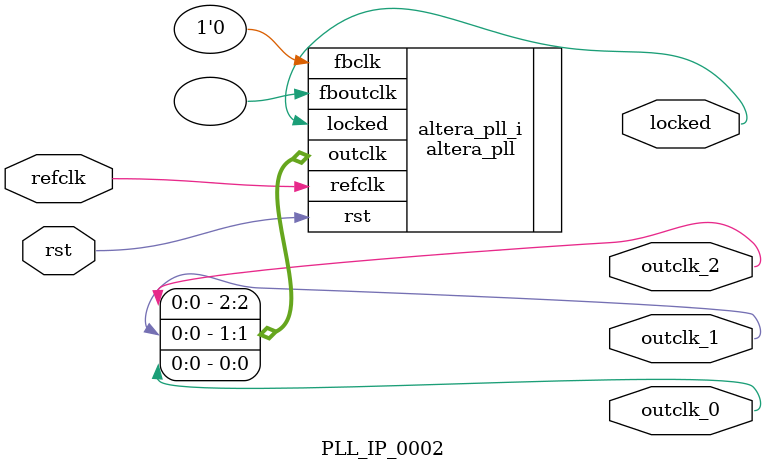
<source format=v>
`timescale 1ns/10ps
module  PLL_IP_0002(

	// interface 'refclk'
	input wire refclk,

	// interface 'reset'
	input wire rst,

	// interface 'outclk0'
	output wire outclk_0,

	// interface 'outclk1'
	output wire outclk_1,

	// interface 'outclk2'
	output wire outclk_2,

	// interface 'locked'
	output wire locked
);

	altera_pll #(
		.fractional_vco_multiplier("false"),
		.reference_clock_frequency("50.0 MHz"),
		.operation_mode("direct"),
		.number_of_clocks(3),
		.output_clock_frequency0("25.000000 MHz"),
		.phase_shift0("0 ps"),
		.duty_cycle0(50),
		.output_clock_frequency1("100.000000 MHz"),
		.phase_shift1("0 ps"),
		.duty_cycle1(50),
		.output_clock_frequency2("12.500000 MHz"),
		.phase_shift2("0 ps"),
		.duty_cycle2(50),
		.output_clock_frequency3("0 MHz"),
		.phase_shift3("0 ps"),
		.duty_cycle3(50),
		.output_clock_frequency4("0 MHz"),
		.phase_shift4("0 ps"),
		.duty_cycle4(50),
		.output_clock_frequency5("0 MHz"),
		.phase_shift5("0 ps"),
		.duty_cycle5(50),
		.output_clock_frequency6("0 MHz"),
		.phase_shift6("0 ps"),
		.duty_cycle6(50),
		.output_clock_frequency7("0 MHz"),
		.phase_shift7("0 ps"),
		.duty_cycle7(50),
		.output_clock_frequency8("0 MHz"),
		.phase_shift8("0 ps"),
		.duty_cycle8(50),
		.output_clock_frequency9("0 MHz"),
		.phase_shift9("0 ps"),
		.duty_cycle9(50),
		.output_clock_frequency10("0 MHz"),
		.phase_shift10("0 ps"),
		.duty_cycle10(50),
		.output_clock_frequency11("0 MHz"),
		.phase_shift11("0 ps"),
		.duty_cycle11(50),
		.output_clock_frequency12("0 MHz"),
		.phase_shift12("0 ps"),
		.duty_cycle12(50),
		.output_clock_frequency13("0 MHz"),
		.phase_shift13("0 ps"),
		.duty_cycle13(50),
		.output_clock_frequency14("0 MHz"),
		.phase_shift14("0 ps"),
		.duty_cycle14(50),
		.output_clock_frequency15("0 MHz"),
		.phase_shift15("0 ps"),
		.duty_cycle15(50),
		.output_clock_frequency16("0 MHz"),
		.phase_shift16("0 ps"),
		.duty_cycle16(50),
		.output_clock_frequency17("0 MHz"),
		.phase_shift17("0 ps"),
		.duty_cycle17(50),
		.pll_type("General"),
		.pll_subtype("General")
	) altera_pll_i (
		.rst	(rst),
		.outclk	({outclk_2, outclk_1, outclk_0}),
		.locked	(locked),
		.fboutclk	( ),
		.fbclk	(1'b0),
		.refclk	(refclk)
	);
endmodule


</source>
